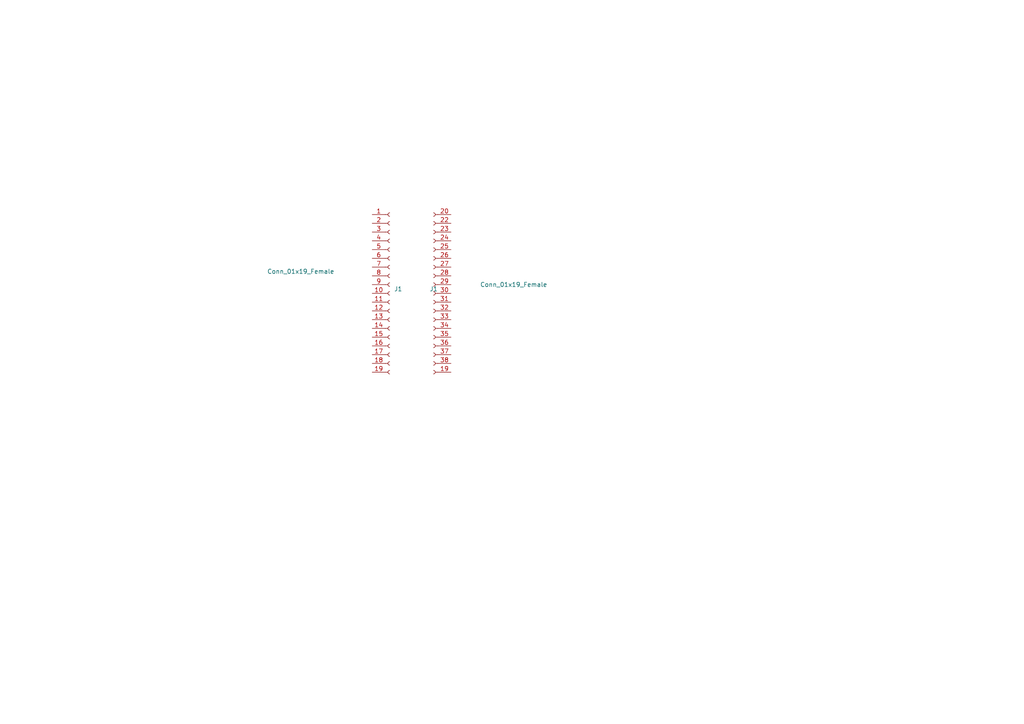
<source format=kicad_sch>
(kicad_sch (version 20211123) (generator eeschema)
  (paper "A4")
  (lib_symbols
    (symbol "Conn_01x19_Female_1" (pin_names (offset 1.016) hide)
      (property "Reference" "J1" (at -1.27 1.2701 0))
      (property "Value" "Conn_01x19_Female_1" (at 34.29 0 0))
      (symbol "Conn_01x19_Female_1_1_1"
        (arc (start 0 -22.352) (mid -0.508 -22.86) (end 0 -23.368) (stroke (width 0.1524)))
        (arc (start 0 -19.812) (mid -0.508 -20.32) (end 0 -20.828) (stroke (width 0.1524)))
        (arc (start 0 -17.272) (mid -0.508 -17.78) (end 0 -18.288) (stroke (width 0.1524)))
        (arc (start 0 -14.732) (mid -0.508 -15.24) (end 0 -15.748) (stroke (width 0.1524)))
        (arc (start 0 -12.192) (mid -0.508 -12.7) (end 0 -13.208) (stroke (width 0.1524)))
        (arc (start 0 -9.652) (mid -0.508 -10.16) (end 0 -10.668) (stroke (width 0.1524)))
        (arc (start 0 -7.112) (mid -0.508 -7.62) (end 0 -8.128) (stroke (width 0.1524)))
        (arc (start 0 -4.572) (mid -0.508 -5.08) (end 0 -5.588) (stroke (width 0.1524)))
        (arc (start 0 -2.032) (mid -0.508 -2.54) (end 0 -3.048) (stroke (width 0.1524)))
        (polyline (pts (xy -1.27 -22.86) (xy -0.508 -22.86)) (stroke (width 0.1524)))
        (polyline (pts (xy -1.27 -20.32) (xy -0.508 -20.32)) (stroke (width 0.1524)))
        (polyline (pts (xy -1.27 -17.78) (xy -0.508 -17.78)) (stroke (width 0.1524)))
        (polyline (pts (xy -1.27 -15.24) (xy -0.508 -15.24)) (stroke (width 0.1524)))
        (polyline (pts (xy -1.27 -12.7) (xy -0.508 -12.7)) (stroke (width 0.1524)))
        (polyline (pts (xy -1.27 -10.16) (xy -0.508 -10.16)) (stroke (width 0.1524)))
        (polyline (pts (xy -1.27 -7.62) (xy -0.508 -7.62)) (stroke (width 0.1524)))
        (polyline (pts (xy -1.27 -5.08) (xy -0.508 -5.08)) (stroke (width 0.1524)))
        (polyline (pts (xy -1.27 -2.54) (xy -0.508 -2.54)) (stroke (width 0.1524)))
        (polyline (pts (xy -1.27 0) (xy -0.508 0)) (stroke (width 0.1524)))
        (polyline (pts (xy -1.27 2.54) (xy -0.508 2.54)) (stroke (width 0.1524)))
        (polyline (pts (xy -1.27 5.08) (xy -0.508 5.08)) (stroke (width 0.1524)))
        (polyline (pts (xy -1.27 7.62) (xy -0.508 7.62)) (stroke (width 0.1524)))
        (polyline (pts (xy -1.27 10.16) (xy -0.508 10.16)) (stroke (width 0.1524)))
        (polyline (pts (xy -1.27 12.7) (xy -0.508 12.7)) (stroke (width 0.1524)))
        (polyline (pts (xy -1.27 15.24) (xy -0.508 15.24)) (stroke (width 0.1524)))
        (polyline (pts (xy -1.27 17.78) (xy -0.508 17.78)) (stroke (width 0.1524)))
        (polyline (pts (xy -1.27 20.32) (xy -0.508 20.32)) (stroke (width 0.1524)))
        (polyline (pts (xy -1.27 22.86) (xy -0.508 22.86)) (stroke (width 0.1524)))
        (arc (start 0 0.508) (mid -0.508 0) (end 0 -0.508) (stroke (width 0.1524)))
        (arc (start 0 3.048) (mid -0.508 2.54) (end 0 2.032) (stroke (width 0.1524)))
        (arc (start 0 5.588) (mid -0.508 5.08) (end 0 4.572) (stroke (width 0.1524)))
        (arc (start 0 8.128) (mid -0.508 7.62) (end 0 7.112) (stroke (width 0.1524)))
        (arc (start 0 10.668) (mid -0.508 10.16) (end 0 9.652) (stroke (width 0.1524)))
        (arc (start 0 13.208) (mid -0.508 12.7) (end 0 12.192) (stroke (width 0.1524)))
        (arc (start 0 15.748) (mid -0.508 15.24) (end 0 14.732) (stroke (width 0.1524)))
        (arc (start 0 18.288) (mid -0.508 17.78) (end 0 17.272) (stroke (width 0.1524)))
        (arc (start 0 20.828) (mid -0.508 20.32) (end 0 19.812) (stroke (width 0.1524)))
        (arc (start 0 23.368) (mid -0.508 22.86) (end 0 22.352) (stroke (width 0.1524)))
        (pin passive line (at -5.08 -22.86 0) (length 3.81) (name "Pin_39") (number "19"))
        (pin passive line (at -5.08 22.86 0) (length 3.81) (name "Pin_20") (number "20"))
        (pin passive line (at -5.08 20.32 0) (length 3.81) (name "Pin_22") (number "22"))
        (pin passive line (at -5.08 17.78 0) (length 3.81) (name "Pin_23") (number "23"))
        (pin passive line (at -5.08 15.24 0) (length 3.81) (name "Pin_24") (number "24"))
        (pin passive line (at -5.08 12.7 0) (length 3.81) (name "Pin_25") (number "25"))
        (pin passive line (at -5.08 10.16 0) (length 3.81) (name "Pin_26") (number "26"))
        (pin passive line (at -5.08 7.62 0) (length 3.81) (name "Pin_27") (number "27"))
        (pin passive line (at -5.08 5.08 0) (length 3.81) (name "Pin_28") (number "28"))
        (pin passive line (at -5.08 2.54 0) (length 3.81) (name "Pin_29") (number "29"))
        (pin passive line (at -5.08 0 0) (length 3.81) (name "Pin_30") (number "30"))
        (pin passive line (at -5.08 -2.54 0) (length 3.81) (name "Pin_31") (number "31"))
        (pin passive line (at -5.08 -5.08 0) (length 3.81) (name "Pin_32") (number "32"))
        (pin passive line (at -5.08 -7.62 0) (length 3.81) (name "Pin_33") (number "33"))
        (pin passive line (at -5.08 -10.16 0) (length 3.81) (name "Pin_34") (number "34"))
        (pin passive line (at -5.08 -12.7 0) (length 3.81) (name "Pin_35") (number "35"))
        (pin passive line (at -5.08 -15.24 0) (length 3.81) (name "Pin_36") (number "36"))
        (pin passive line (at -5.08 -17.78 0) (length 3.81) (name "Pin_37") (number "37"))
        (pin passive line (at -5.08 -20.32 0) (length 3.81) (name "Pin_38") (number "38"))
      )
    )
    (symbol "Connector:Conn_01x19_Female" (pin_names (offset 1.016) hide)
      (property "Reference" "J" (at 0 25.4 0))
      (property "Value" "Conn_01x19_Female" (at 0 -25.4 0))
      (symbol "Conn_01x19_Female_1_1"
        (arc (start 0 -22.352) (mid -0.508 -22.86) (end 0 -23.368) (stroke (width 0.1524)))
        (arc (start 0 -19.812) (mid -0.508 -20.32) (end 0 -20.828) (stroke (width 0.1524)))
        (arc (start 0 -17.272) (mid -0.508 -17.78) (end 0 -18.288) (stroke (width 0.1524)))
        (arc (start 0 -14.732) (mid -0.508 -15.24) (end 0 -15.748) (stroke (width 0.1524)))
        (arc (start 0 -12.192) (mid -0.508 -12.7) (end 0 -13.208) (stroke (width 0.1524)))
        (arc (start 0 -9.652) (mid -0.508 -10.16) (end 0 -10.668) (stroke (width 0.1524)))
        (arc (start 0 -7.112) (mid -0.508 -7.62) (end 0 -8.128) (stroke (width 0.1524)))
        (arc (start 0 -4.572) (mid -0.508 -5.08) (end 0 -5.588) (stroke (width 0.1524)))
        (arc (start 0 -2.032) (mid -0.508 -2.54) (end 0 -3.048) (stroke (width 0.1524)))
        (polyline (pts (xy -1.27 -22.86) (xy -0.508 -22.86)) (stroke (width 0.1524)))
        (polyline (pts (xy -1.27 -20.32) (xy -0.508 -20.32)) (stroke (width 0.1524)))
        (polyline (pts (xy -1.27 -17.78) (xy -0.508 -17.78)) (stroke (width 0.1524)))
        (polyline (pts (xy -1.27 -15.24) (xy -0.508 -15.24)) (stroke (width 0.1524)))
        (polyline (pts (xy -1.27 -12.7) (xy -0.508 -12.7)) (stroke (width 0.1524)))
        (polyline (pts (xy -1.27 -10.16) (xy -0.508 -10.16)) (stroke (width 0.1524)))
        (polyline (pts (xy -1.27 -7.62) (xy -0.508 -7.62)) (stroke (width 0.1524)))
        (polyline (pts (xy -1.27 -5.08) (xy -0.508 -5.08)) (stroke (width 0.1524)))
        (polyline (pts (xy -1.27 -2.54) (xy -0.508 -2.54)) (stroke (width 0.1524)))
        (polyline (pts (xy -1.27 0) (xy -0.508 0)) (stroke (width 0.1524)))
        (polyline (pts (xy -1.27 2.54) (xy -0.508 2.54)) (stroke (width 0.1524)))
        (polyline (pts (xy -1.27 5.08) (xy -0.508 5.08)) (stroke (width 0.1524)))
        (polyline (pts (xy -1.27 7.62) (xy -0.508 7.62)) (stroke (width 0.1524)))
        (polyline (pts (xy -1.27 10.16) (xy -0.508 10.16)) (stroke (width 0.1524)))
        (polyline (pts (xy -1.27 12.7) (xy -0.508 12.7)) (stroke (width 0.1524)))
        (polyline (pts (xy -1.27 15.24) (xy -0.508 15.24)) (stroke (width 0.1524)))
        (polyline (pts (xy -1.27 17.78) (xy -0.508 17.78)) (stroke (width 0.1524)))
        (polyline (pts (xy -1.27 20.32) (xy -0.508 20.32)) (stroke (width 0.1524)))
        (polyline (pts (xy -1.27 22.86) (xy -0.508 22.86)) (stroke (width 0.1524)))
        (arc (start 0 0.508) (mid -0.508 0) (end 0 -0.508) (stroke (width 0.1524)))
        (arc (start 0 3.048) (mid -0.508 2.54) (end 0 2.032) (stroke (width 0.1524)))
        (arc (start 0 5.588) (mid -0.508 5.08) (end 0 4.572) (stroke (width 0.1524)))
        (arc (start 0 8.128) (mid -0.508 7.62) (end 0 7.112) (stroke (width 0.1524)))
        (arc (start 0 10.668) (mid -0.508 10.16) (end 0 9.652) (stroke (width 0.1524)))
        (arc (start 0 13.208) (mid -0.508 12.7) (end 0 12.192) (stroke (width 0.1524)))
        (arc (start 0 15.748) (mid -0.508 15.24) (end 0 14.732) (stroke (width 0.1524)))
        (arc (start 0 18.288) (mid -0.508 17.78) (end 0 17.272) (stroke (width 0.1524)))
        (arc (start 0 20.828) (mid -0.508 20.32) (end 0 19.812) (stroke (width 0.1524)))
        (arc (start 0 23.368) (mid -0.508 22.86) (end 0 22.352) (stroke (width 0.1524)))
        (pin passive line (at -5.08 22.86 0) (length 3.81) (name "Pin_1") (number "1"))
        (pin passive line (at -5.08 0 0) (length 3.81) (name "Pin_10") (number "10"))
        (pin passive line (at -5.08 -2.54 0) (length 3.81) (name "Pin_11") (number "11"))
        (pin passive line (at -5.08 -5.08 0) (length 3.81) (name "Pin_12") (number "12"))
        (pin passive line (at -5.08 -7.62 0) (length 3.81) (name "Pin_13") (number "13"))
        (pin passive line (at -5.08 -10.16 0) (length 3.81) (name "Pin_14") (number "14"))
        (pin passive line (at -5.08 -12.7 0) (length 3.81) (name "Pin_15") (number "15"))
        (pin passive line (at -5.08 -15.24 0) (length 3.81) (name "Pin_16") (number "16"))
        (pin passive line (at -5.08 -17.78 0) (length 3.81) (name "Pin_17") (number "17"))
        (pin passive line (at -5.08 -20.32 0) (length 3.81) (name "Pin_18") (number "18"))
        (pin passive line (at -5.08 -22.86 0) (length 3.81) (name "Pin_19") (number "19"))
        (pin passive line (at -5.08 20.32 0) (length 3.81) (name "Pin_2") (number "2"))
        (pin passive line (at -5.08 17.78 0) (length 3.81) (name "Pin_3") (number "3"))
        (pin passive line (at -5.08 15.24 0) (length 3.81) (name "Pin_4") (number "4"))
        (pin passive line (at -5.08 12.7 0) (length 3.81) (name "Pin_5") (number "5"))
        (pin passive line (at -5.08 10.16 0) (length 3.81) (name "Pin_6") (number "6"))
        (pin passive line (at -5.08 7.62 0) (length 3.81) (name "Pin_7") (number "7"))
        (pin passive line (at -5.08 5.08 0) (length 3.81) (name "Pin_8") (number "8"))
        (pin passive line (at -5.08 2.54 0) (length 3.81) (name "Pin_9") (number "9"))
      )
    )
  )
  (symbol (lib_name "Conn_01x19_Female_1") (lib_id "Connector:Conn_01x19_Female") (at 125.73 85.09 0) (mirror y) (unit 1)
    (property "Reference" "J1" (at 127 83.8199 0) (effects (justify left)))
    (property "Value" "Conn_01x19_Female" (at 158.75 82.55 0) (effects (justify left)))
  )
  (symbol (lib_id "Connector:Conn_01x19_Female") (at 113.03 85.09 0) (unit 1)
    (property "Reference" "J1" (at 114.3 83.8199 0) (effects (justify left)))
    (property "Value" "Conn_01x19_Female" (at 77.47 78.74 0) (effects (justify left)))
  )
)
</source>
